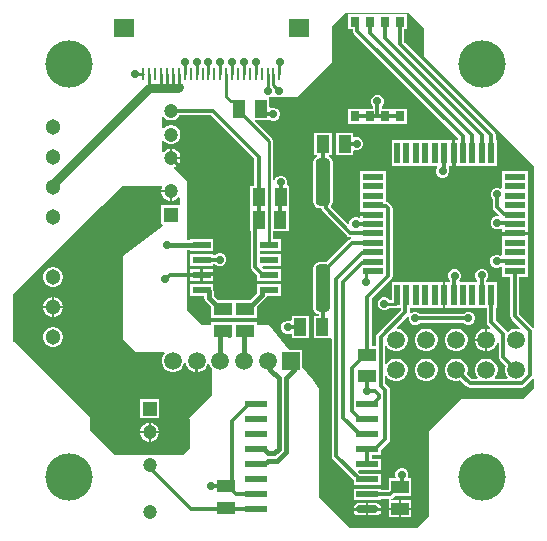
<source format=gtl>
G04*
G04 #@! TF.GenerationSoftware,Altium Limited,Altium Designer,23.11.1 (41)*
G04*
G04 Layer_Physical_Order=1*
G04 Layer_Color=255*
%FSLAX43Y43*%
%MOMM*%
G71*
G04*
G04 #@! TF.SameCoordinates,D39783C5-6E33-4812-9A3B-6E021FC33A11*
G04*
G04*
G04 #@! TF.FilePolarity,Positive*
G04*
G01*
G75*
%ADD12C,0.250*%
%ADD34R,1.050X1.500*%
%ADD35R,1.500X1.050*%
G04:AMPARAMS|DCode=36|XSize=1.2mm|YSize=4mm|CornerRadius=0.3mm|HoleSize=0mm|Usage=FLASHONLY|Rotation=180.000|XOffset=0mm|YOffset=0mm|HoleType=Round|Shape=RoundedRectangle|*
%AMROUNDEDRECTD36*
21,1,1.200,3.400,0,0,180.0*
21,1,0.600,4.000,0,0,180.0*
1,1,0.600,-0.300,1.700*
1,1,0.600,0.300,1.700*
1,1,0.600,0.300,-1.700*
1,1,0.600,-0.300,-1.700*
%
%ADD36ROUNDEDRECTD36*%
%ADD37R,1.600X0.600*%
G04:AMPARAMS|DCode=38|XSize=0.6mm|YSize=1.9mm|CornerRadius=0.15mm|HoleSize=0mm|Usage=FLASHONLY|Rotation=270.000|XOffset=0mm|YOffset=0mm|HoleType=Round|Shape=RoundedRectangle|*
%AMROUNDEDRECTD38*
21,1,0.600,1.600,0,0,270.0*
21,1,0.300,1.900,0,0,270.0*
1,1,0.300,-0.800,-0.150*
1,1,0.300,-0.800,0.150*
1,1,0.300,0.800,0.150*
1,1,0.300,0.800,-0.150*
%
%ADD38ROUNDEDRECTD38*%
%ADD39R,1.900X0.600*%
%ADD40R,0.500X1.800*%
%ADD41R,1.800X0.500*%
%ADD42R,0.760X0.890*%
%ADD43R,0.250X1.100*%
%ADD44R,1.700X1.500*%
%ADD45C,0.350*%
%ADD46C,0.381*%
%ADD47C,0.800*%
%ADD48R,1.200X1.200*%
%ADD49C,1.200*%
%ADD50C,1.303*%
%ADD51C,1.500*%
%ADD52R,1.500X1.500*%
%ADD53C,4.000*%
%ADD54C,0.700*%
G36*
X35075Y43025D02*
Y40625D01*
X44375Y31325D01*
X44375Y17687D01*
X44299Y17649D01*
X44248Y17642D01*
X43132Y18758D01*
Y21975D01*
X43850D01*
Y22775D01*
Y23575D01*
Y24375D01*
Y25175D01*
Y25525D01*
X42750D01*
X41650D01*
Y25175D01*
Y24375D01*
Y23807D01*
X41586Y23770D01*
X41523Y23747D01*
X41334Y23825D01*
X41116D01*
X40913Y23741D01*
X40759Y23587D01*
X40675Y23384D01*
Y23166D01*
X40759Y22963D01*
X40913Y22809D01*
X41116Y22725D01*
X41334D01*
X41523Y22803D01*
X41563Y22794D01*
X41650Y22743D01*
Y21975D01*
X42368D01*
Y18600D01*
X42397Y18453D01*
X42480Y18329D01*
X43157Y17652D01*
X43091Y17538D01*
X42990Y17565D01*
X42740D01*
X42498Y17500D01*
X42282Y17375D01*
X42206Y17299D01*
X42203Y17298D01*
X42049Y17322D01*
X42010Y17380D01*
X41132Y18258D01*
Y19325D01*
X41200D01*
Y21525D01*
X40332D01*
Y21680D01*
X40416Y21763D01*
X40500Y21966D01*
Y22184D01*
X40416Y22387D01*
X40262Y22541D01*
X40059Y22625D01*
X39841D01*
X39638Y22541D01*
X39484Y22387D01*
X39400Y22184D01*
Y21966D01*
X39484Y21763D01*
X39568Y21680D01*
Y21525D01*
X38096D01*
X38044Y21652D01*
X38116Y21724D01*
X38200Y21927D01*
Y22145D01*
X38116Y22348D01*
X37962Y22502D01*
X37759Y22586D01*
X37541D01*
X37338Y22502D01*
X37184Y22348D01*
X37100Y22145D01*
Y21927D01*
X37184Y21724D01*
X37218Y21691D01*
Y21525D01*
X36850D01*
Y20425D01*
Y19325D01*
X40368D01*
Y18100D01*
X40397Y17954D01*
X40480Y17830D01*
X40672Y17637D01*
X40607Y17523D01*
X40450Y17565D01*
X40425D01*
Y16615D01*
Y15665D01*
X40450D01*
X40692Y15730D01*
X40908Y15855D01*
X41085Y16032D01*
X41210Y16248D01*
X41231Y16324D01*
X41358Y16308D01*
Y15200D01*
X41387Y15054D01*
X41470Y14930D01*
X41975Y14424D01*
X41915Y14200D01*
Y13950D01*
X41980Y13708D01*
X42105Y13492D01*
X42147Y13450D01*
X42098Y13332D01*
X41092D01*
X41043Y13450D01*
X41085Y13492D01*
X41210Y13708D01*
X41275Y13950D01*
Y14200D01*
X41210Y14442D01*
X41085Y14658D01*
X40908Y14835D01*
X40692Y14960D01*
X40450Y15025D01*
X40200D01*
X39958Y14960D01*
X39742Y14835D01*
X39565Y14658D01*
X39440Y14442D01*
X39375Y14200D01*
Y13950D01*
X39440Y13708D01*
X39565Y13492D01*
X39607Y13450D01*
X39558Y13332D01*
X39068D01*
X38675Y13726D01*
X38735Y13950D01*
Y14200D01*
X38670Y14442D01*
X38545Y14658D01*
X38368Y14835D01*
X38152Y14960D01*
X37910Y15025D01*
X37660D01*
X37418Y14960D01*
X37202Y14835D01*
X37025Y14658D01*
X36900Y14442D01*
X36835Y14200D01*
Y13950D01*
X36900Y13708D01*
X37025Y13492D01*
X37202Y13315D01*
X37418Y13190D01*
X37660Y13125D01*
X37910D01*
X38134Y13185D01*
X38640Y12680D01*
X38764Y12597D01*
X38910Y12568D01*
X43331D01*
X43477Y12597D01*
X43601Y12680D01*
X44248Y13326D01*
X44299Y13319D01*
X44375Y13282D01*
Y12575D01*
X43400Y11600D01*
X38150D01*
X35475Y8925D01*
Y1700D01*
X34450Y675D01*
X28750D01*
X26200Y3225D01*
Y12490D01*
X25648Y13185D01*
X24750Y14317D01*
Y15792D01*
X23579D01*
X21925Y17875D01*
X20875D01*
Y18100D01*
X18975D01*
Y18100D01*
X18950D01*
Y18100D01*
X17050D01*
Y17875D01*
X16250D01*
X15025Y19025D01*
Y24262D01*
X15225D01*
Y24170D01*
X17225D01*
Y25170D01*
X15225D01*
Y25058D01*
X15025D01*
Y29975D01*
X13875Y31125D01*
X13908Y31248D01*
X13934Y31255D01*
X14116Y31360D01*
X14265Y31509D01*
X14370Y31691D01*
X14425Y31895D01*
Y31900D01*
X13625D01*
Y32000D01*
X13525D01*
Y32800D01*
X13520D01*
X13316Y32745D01*
X13134Y32640D01*
X13007Y32513D01*
X12880Y32544D01*
Y33456D01*
X13007Y33487D01*
X13134Y33360D01*
X13316Y33255D01*
X13520Y33200D01*
X13730D01*
X13934Y33255D01*
X14116Y33360D01*
X14265Y33509D01*
X14370Y33691D01*
X14425Y33895D01*
Y34105D01*
X14370Y34309D01*
X14265Y34491D01*
X14116Y34640D01*
X13934Y34745D01*
X13730Y34800D01*
X13520D01*
X13316Y34745D01*
X13134Y34640D01*
X13007Y34513D01*
X12880Y34544D01*
Y35456D01*
X13007Y35487D01*
X13134Y35360D01*
X13316Y35255D01*
X13520Y35200D01*
X13730D01*
X13934Y35255D01*
X14116Y35360D01*
X14265Y35509D01*
X14328Y35618D01*
X17000D01*
X20683Y31935D01*
Y29675D01*
X20340D01*
Y27775D01*
X20315Y27750D01*
X20315D01*
Y25850D01*
X20383D01*
Y22805D01*
X20412Y22659D01*
X20495Y22535D01*
X20940Y22089D01*
Y21630D01*
X22940D01*
Y22630D01*
X21481D01*
X21328Y22783D01*
X21377Y22900D01*
X22940D01*
Y23900D01*
X21147D01*
Y24170D01*
X22940D01*
Y25170D01*
X22296D01*
Y25850D01*
X23615D01*
Y27750D01*
X23640Y27775D01*
X23640D01*
Y29675D01*
X23525D01*
X23455Y29781D01*
X23490Y29866D01*
Y30084D01*
X23406Y30287D01*
X23252Y30441D01*
X23049Y30525D01*
X22831D01*
X22628Y30441D01*
X22474Y30287D01*
X22423Y30165D01*
X22296Y30190D01*
Y33419D01*
X22271Y33546D01*
X22199Y33653D01*
X20720Y35133D01*
X20769Y35250D01*
X21950D01*
X21950Y35250D01*
Y35250D01*
X22071Y35221D01*
X22162Y35184D01*
X22381D01*
X22583Y35267D01*
X22737Y35422D01*
X22821Y35624D01*
Y35843D01*
X22737Y36045D01*
X22583Y36200D01*
X22381Y36284D01*
X22162D01*
X22077Y36249D01*
X21950Y36333D01*
Y37150D01*
X24307D01*
X27275Y40118D01*
Y43225D01*
X28425Y44325D01*
X33775D01*
X35075Y43025D01*
D02*
G37*
G36*
X12898Y29540D02*
X12880Y29509D01*
X12825Y29305D01*
Y29300D01*
X13625D01*
Y29200D01*
X13725D01*
Y28400D01*
X13730D01*
X13934Y28455D01*
X14116Y28560D01*
X14223Y28667D01*
X14350Y28614D01*
Y28000D01*
X12825D01*
Y26400D01*
X12895D01*
X12935Y26280D01*
X9575Y23750D01*
Y16725D01*
X10700Y15600D01*
X13049D01*
X13097Y15483D01*
X13040Y15425D01*
X12915Y15208D01*
X12850Y14967D01*
Y14717D01*
X12915Y14475D01*
X13040Y14258D01*
X13217Y14082D01*
X13433Y13956D01*
X13675Y13892D01*
X13925D01*
X14167Y13956D01*
X14383Y14082D01*
X14560Y14258D01*
X14685Y14475D01*
X14734Y14658D01*
X14866D01*
X14915Y14475D01*
X15040Y14258D01*
X15217Y14082D01*
X15433Y13956D01*
X15675Y13892D01*
X15700D01*
Y14842D01*
X15900D01*
Y13892D01*
X15925D01*
X16167Y13956D01*
X16383Y14082D01*
X16560Y14258D01*
X16685Y14475D01*
X16703Y14541D01*
X16826Y14574D01*
X16911Y14489D01*
X16915Y14475D01*
X17040Y14258D01*
X17075Y14223D01*
Y11875D01*
X15175Y9975D01*
X15225Y9925D01*
Y7425D01*
X14650Y6850D01*
X8850D01*
X6750Y8950D01*
Y10050D01*
X255Y16545D01*
Y20455D01*
X7762Y27962D01*
X9450Y29650D01*
X12834D01*
X12898Y29540D01*
D02*
G37*
%LPC*%
G36*
X31057Y44195D02*
Y44195D01*
X29897D01*
Y44195D01*
X29787D01*
Y44195D01*
X29770Y44195D01*
X28627D01*
Y42905D01*
X29030D01*
Y42788D01*
X29059Y42642D01*
X29142Y42518D01*
X37968Y33692D01*
Y33525D01*
X37650D01*
Y32425D01*
Y31325D01*
X41200D01*
Y33525D01*
X41132D01*
Y33950D01*
X41103Y34096D01*
X41020Y34220D01*
X33399Y41841D01*
Y42905D01*
X33597D01*
Y44195D01*
X32450D01*
X32437Y44195D01*
Y44195D01*
X32327D01*
X32327Y44195D01*
X32314Y44195D01*
X31167D01*
Y44195D01*
X31057D01*
D02*
G37*
G36*
X31221Y37362D02*
X31003D01*
X30800Y37278D01*
X30646Y37124D01*
X30562Y36921D01*
Y36703D01*
X30646Y36500D01*
X30730Y36417D01*
Y36195D01*
X29897D01*
Y36195D01*
X29787D01*
Y36195D01*
X28627D01*
Y34905D01*
X29787D01*
Y34905D01*
X29897D01*
Y34905D01*
X31057D01*
Y34905D01*
X31167D01*
Y34905D01*
X32327D01*
Y34905D01*
X32437D01*
Y34905D01*
X33597D01*
Y36195D01*
X32437D01*
Y36195D01*
X32327D01*
Y36195D01*
X31494D01*
Y36417D01*
X31578Y36500D01*
X31662Y36703D01*
Y36921D01*
X31578Y37124D01*
X31424Y37278D01*
X31221Y37362D01*
D02*
G37*
G36*
X29075Y34160D02*
X27625D01*
Y32260D01*
X29075D01*
Y32610D01*
X29181Y32681D01*
X29231Y32660D01*
X29449D01*
X29652Y32744D01*
X29806Y32898D01*
X29890Y33101D01*
Y33319D01*
X29806Y33522D01*
X29652Y33676D01*
X29449Y33760D01*
X29231D01*
X29181Y33739D01*
X29075Y33810D01*
Y34160D01*
D02*
G37*
G36*
X13730Y32800D02*
X13725D01*
Y32100D01*
X14425D01*
Y32105D01*
X14370Y32309D01*
X14265Y32491D01*
X14116Y32640D01*
X13934Y32745D01*
X13730Y32800D01*
D02*
G37*
G36*
X37450Y33525D02*
X32300D01*
Y31325D01*
X36112D01*
X36160Y31208D01*
X36159Y31206D01*
X36075Y31004D01*
Y30785D01*
X36159Y30583D01*
X36313Y30428D01*
X36516Y30345D01*
X36734D01*
X36937Y30428D01*
X37091Y30583D01*
X37175Y30785D01*
Y31004D01*
X37132Y31107D01*
Y31325D01*
X37450D01*
Y32425D01*
Y33525D01*
D02*
G37*
G36*
X43850Y30875D02*
X41650D01*
Y29975D01*
Y29453D01*
X41523Y29401D01*
X41344Y29475D01*
X41125D01*
X40923Y29391D01*
X40768Y29237D01*
X40684Y29034D01*
Y28816D01*
X40768Y28613D01*
X40852Y28530D01*
Y27860D01*
X40881Y27714D01*
X40964Y27590D01*
X41368Y27186D01*
X41306Y27068D01*
X41127D01*
X40925Y26984D01*
X40770Y26830D01*
X40687Y26627D01*
Y26409D01*
X40770Y26206D01*
X40925Y26052D01*
X41127Y25968D01*
X41346D01*
X41523Y26041D01*
X41612Y26004D01*
X41646Y25978D01*
X41650Y25974D01*
Y25725D01*
X42750D01*
X43850D01*
Y25975D01*
Y26775D01*
Y27575D01*
Y28375D01*
Y29175D01*
Y29975D01*
Y30875D01*
D02*
G37*
G36*
X17884Y23950D02*
X17666D01*
X17463Y23866D01*
X17380Y23782D01*
X17225D01*
Y23900D01*
X15225D01*
Y22900D01*
X17225D01*
Y23018D01*
X17380D01*
X17463Y22934D01*
X17666Y22850D01*
X17884D01*
X18087Y22934D01*
X18241Y23088D01*
X18325Y23291D01*
Y23509D01*
X18241Y23712D01*
X18087Y23866D01*
X17884Y23950D01*
D02*
G37*
G36*
X17225Y22630D02*
X16325D01*
Y22230D01*
X17225D01*
Y22630D01*
D02*
G37*
G36*
X16125D02*
X15225D01*
Y22230D01*
X16125D01*
Y22630D01*
D02*
G37*
G36*
X17225Y22030D02*
X16325D01*
Y21630D01*
X17225D01*
Y22030D01*
D02*
G37*
G36*
X16125D02*
X15225D01*
Y21630D01*
X16125D01*
Y22030D01*
D02*
G37*
G36*
X22940Y21360D02*
X20940D01*
Y20789D01*
X20932Y20750D01*
Y20570D01*
X20312Y19950D01*
X19077D01*
X18975Y19950D01*
X18848Y19950D01*
X17613D01*
X17233Y20330D01*
Y20750D01*
X17225Y20789D01*
Y21360D01*
X15225D01*
Y20360D01*
X16436D01*
Y20166D01*
X16467Y20013D01*
X16553Y19884D01*
X17050Y19387D01*
Y18500D01*
X18848D01*
X18950Y18500D01*
X19077Y18500D01*
X20875D01*
Y19387D01*
X21612Y20124D01*
X21698Y20253D01*
X21720Y20360D01*
X22940D01*
Y21360D01*
D02*
G37*
G36*
X25300Y18650D02*
X23850D01*
Y18298D01*
X23723Y18213D01*
X23634Y18250D01*
X23416D01*
X23213Y18166D01*
X23059Y18012D01*
X22975Y17809D01*
Y17591D01*
X23059Y17388D01*
X23213Y17234D01*
X23416Y17150D01*
X23634D01*
X23723Y17187D01*
X23850Y17102D01*
Y16750D01*
X25300D01*
Y18650D01*
D02*
G37*
G36*
X27225Y34160D02*
X25775D01*
Y32260D01*
X25964D01*
X25980Y32217D01*
X25985Y32133D01*
X25840Y32035D01*
X25729Y31870D01*
X25690Y31675D01*
Y28275D01*
X25729Y28080D01*
X25840Y27915D01*
X26005Y27804D01*
X26200Y27765D01*
X26364D01*
Y27754D01*
X26393Y27608D01*
X26476Y27484D01*
X28530Y25430D01*
X28654Y25347D01*
X28800Y25318D01*
X28854D01*
X28866Y25191D01*
X28804Y25178D01*
X28680Y25095D01*
X26769Y23185D01*
X26200D01*
X26005Y23146D01*
X25840Y23035D01*
X25729Y22870D01*
X25690Y22675D01*
Y19275D01*
X25729Y19080D01*
X25840Y18915D01*
X26005Y18804D01*
X26118Y18782D01*
Y18650D01*
X25700D01*
Y16750D01*
X27150D01*
X27243Y16667D01*
Y6770D01*
X27272Y6624D01*
X27355Y6500D01*
X29100Y4754D01*
Y4295D01*
X31400D01*
Y5295D01*
X29641D01*
X29488Y5448D01*
X29537Y5565D01*
X31400D01*
Y6565D01*
X30632D01*
Y6835D01*
X31400D01*
Y7294D01*
X32050Y7945D01*
X32133Y8069D01*
X32162Y8215D01*
Y12347D01*
X32133Y12493D01*
X32050Y12617D01*
X31761Y12906D01*
Y13556D01*
X31888Y13590D01*
X31945Y13492D01*
X32122Y13315D01*
X32338Y13190D01*
X32580Y13125D01*
X32830D01*
X33072Y13190D01*
X33288Y13315D01*
X33465Y13492D01*
X33590Y13708D01*
X33655Y13950D01*
Y14200D01*
X33590Y14442D01*
X33465Y14658D01*
X33288Y14835D01*
X33072Y14960D01*
X32830Y15025D01*
X32580D01*
X32338Y14960D01*
X32122Y14835D01*
X31945Y14658D01*
X31888Y14560D01*
X31761Y14594D01*
Y16096D01*
X31888Y16130D01*
X31945Y16032D01*
X32122Y15855D01*
X32338Y15730D01*
X32580Y15665D01*
X32830D01*
X33072Y15730D01*
X33288Y15855D01*
X33465Y16032D01*
X33590Y16248D01*
X33655Y16490D01*
Y16740D01*
X33590Y16982D01*
X33465Y17198D01*
X33288Y17375D01*
X33072Y17500D01*
X32830Y17565D01*
X32771D01*
X32722Y17682D01*
X33628Y18588D01*
X33634Y18587D01*
X33745Y18526D01*
Y18344D01*
X33829Y18142D01*
X33983Y17987D01*
X34186Y17903D01*
X34404D01*
X34607Y17987D01*
X34690Y18071D01*
X38409D01*
X38493Y17987D01*
X38695Y17903D01*
X38914D01*
X39116Y17987D01*
X39271Y18142D01*
X39355Y18344D01*
Y18563D01*
X39271Y18765D01*
X39116Y18919D01*
X38914Y19003D01*
X38695D01*
X38493Y18919D01*
X38409Y18836D01*
X34690D01*
X34607Y18919D01*
X34404Y19003D01*
X34186D01*
X33983Y18919D01*
X33974Y18910D01*
X33857Y18972D01*
X33857Y18976D01*
Y19325D01*
X36650D01*
Y20425D01*
Y21525D01*
X32300D01*
Y19981D01*
X32126D01*
X31992Y20116D01*
X31789Y20200D01*
X31571D01*
X31368Y20116D01*
X31214Y19962D01*
X31130Y19759D01*
Y19541D01*
X31214Y19338D01*
X31368Y19184D01*
X31571Y19100D01*
X31789D01*
X31992Y19184D01*
X32126Y19319D01*
X32625D01*
X32657Y19325D01*
X33093D01*
Y19134D01*
X31108Y17150D01*
X31025Y17026D01*
X30996Y16880D01*
Y16092D01*
X30636D01*
Y20090D01*
X32295Y21749D01*
X32378Y21873D01*
X32407Y22020D01*
Y27745D01*
X32378Y27891D01*
X32295Y28015D01*
X32090Y28220D01*
X31966Y28303D01*
X31850Y28326D01*
Y29175D01*
Y29975D01*
Y30875D01*
X29650D01*
Y29975D01*
Y29175D01*
Y28375D01*
Y27575D01*
Y27325D01*
X30750D01*
Y27125D01*
X29650D01*
Y27033D01*
X29523Y26956D01*
X29384Y27014D01*
X29166D01*
X28963Y26930D01*
X28809Y26775D01*
X28725Y26573D01*
Y26495D01*
X28598Y26443D01*
X27157Y27883D01*
X27160Y27915D01*
X27271Y28080D01*
X27310Y28275D01*
Y31675D01*
X27271Y31870D01*
X27160Y32035D01*
X27015Y32133D01*
X27020Y32217D01*
X27036Y32260D01*
X27225D01*
Y34160D01*
D02*
G37*
G36*
X40225Y17565D02*
X40200D01*
X39958Y17500D01*
X39742Y17375D01*
X39565Y17198D01*
X39440Y16982D01*
X39375Y16740D01*
Y16715D01*
X40225D01*
Y17565D01*
D02*
G37*
G36*
Y16515D02*
X39375D01*
Y16490D01*
X39440Y16248D01*
X39565Y16032D01*
X39742Y15855D01*
X39958Y15730D01*
X40200Y15665D01*
X40225D01*
Y16515D01*
D02*
G37*
G36*
X37910Y17565D02*
X37660D01*
X37418Y17500D01*
X37202Y17375D01*
X37025Y17198D01*
X36900Y16982D01*
X36835Y16740D01*
Y16490D01*
X36900Y16248D01*
X37025Y16032D01*
X37202Y15855D01*
X37418Y15730D01*
X37660Y15665D01*
X37910D01*
X38152Y15730D01*
X38368Y15855D01*
X38545Y16032D01*
X38670Y16248D01*
X38735Y16490D01*
Y16740D01*
X38670Y16982D01*
X38545Y17198D01*
X38368Y17375D01*
X38152Y17500D01*
X37910Y17565D01*
D02*
G37*
G36*
X35370D02*
X35120D01*
X34878Y17500D01*
X34662Y17375D01*
X34485Y17198D01*
X34360Y16982D01*
X34295Y16740D01*
Y16490D01*
X34360Y16248D01*
X34485Y16032D01*
X34662Y15855D01*
X34878Y15730D01*
X35120Y15665D01*
X35370D01*
X35612Y15730D01*
X35828Y15855D01*
X36005Y16032D01*
X36130Y16248D01*
X36195Y16490D01*
Y16740D01*
X36130Y16982D01*
X36005Y17198D01*
X35828Y17375D01*
X35612Y17500D01*
X35370Y17565D01*
D02*
G37*
G36*
Y15025D02*
X35120D01*
X34878Y14960D01*
X34662Y14835D01*
X34485Y14658D01*
X34360Y14442D01*
X34295Y14200D01*
Y13950D01*
X34360Y13708D01*
X34485Y13492D01*
X34662Y13315D01*
X34878Y13190D01*
X35120Y13125D01*
X35370D01*
X35612Y13190D01*
X35828Y13315D01*
X36005Y13492D01*
X36130Y13708D01*
X36195Y13950D01*
Y14200D01*
X36130Y14442D01*
X36005Y14658D01*
X35828Y14835D01*
X35612Y14960D01*
X35370Y15025D01*
D02*
G37*
G36*
X33284Y5750D02*
X33066D01*
X32863Y5666D01*
X32709Y5512D01*
X32625Y5309D01*
Y5091D01*
X32662Y5002D01*
X32577Y4875D01*
X32075D01*
Y3966D01*
X32017Y3907D01*
X31400D01*
Y4025D01*
X29100D01*
Y3025D01*
X31400D01*
Y3143D01*
X32052D01*
X32075Y3025D01*
X32075Y3016D01*
Y2400D01*
X32925D01*
Y3025D01*
X32234D01*
X32222Y3152D01*
X32321Y3172D01*
X32445Y3255D01*
X32616Y3425D01*
X33975D01*
Y4875D01*
X33773D01*
X33688Y5002D01*
X33725Y5091D01*
Y5309D01*
X33641Y5512D01*
X33487Y5666D01*
X33284Y5750D01*
D02*
G37*
G36*
X33975Y3025D02*
X33125D01*
Y2400D01*
X33975D01*
Y3025D01*
D02*
G37*
G36*
X31050Y2762D02*
X30350D01*
Y2355D01*
X31407D01*
Y2405D01*
X31380Y2542D01*
X31302Y2657D01*
X31187Y2735D01*
X31050Y2762D01*
D02*
G37*
G36*
X30150D02*
X29450D01*
X29313Y2735D01*
X29198Y2657D01*
X29120Y2542D01*
X29093Y2405D01*
Y2355D01*
X30150D01*
Y2762D01*
D02*
G37*
G36*
X31407Y2155D02*
X30350D01*
Y1748D01*
X31050D01*
X31187Y1775D01*
X31302Y1853D01*
X31380Y1968D01*
X31407Y2105D01*
Y2155D01*
D02*
G37*
G36*
X30150D02*
X29093D01*
Y2105D01*
X29120Y1968D01*
X29198Y1853D01*
X29313Y1775D01*
X29450Y1748D01*
X30150D01*
Y2155D01*
D02*
G37*
G36*
X33975Y2200D02*
X33125D01*
Y1575D01*
X33975D01*
Y2200D01*
D02*
G37*
G36*
X32925D02*
X32075D01*
Y1575D01*
X32925D01*
Y2200D01*
D02*
G37*
G36*
X13525Y29100D02*
X12825D01*
Y29095D01*
X12880Y28891D01*
X12985Y28709D01*
X13134Y28560D01*
X13316Y28455D01*
X13520Y28400D01*
X13525D01*
Y29100D01*
D02*
G37*
G36*
X3757Y22792D02*
X3533D01*
X3316Y22733D01*
X3122Y22621D01*
X2964Y22463D01*
X2852Y22269D01*
X2793Y22052D01*
Y21828D01*
X2852Y21611D01*
X2964Y21417D01*
X3122Y21259D01*
X3316Y21147D01*
X3533Y21088D01*
X3757D01*
X3974Y21147D01*
X4168Y21259D01*
X4326Y21417D01*
X4438Y21611D01*
X4497Y21828D01*
Y22052D01*
X4438Y22269D01*
X4326Y22463D01*
X4168Y22621D01*
X3974Y22733D01*
X3757Y22792D01*
D02*
G37*
G36*
Y20251D02*
X3745D01*
Y19500D01*
X4497D01*
Y19512D01*
X4438Y19729D01*
X4326Y19923D01*
X4168Y20081D01*
X3974Y20193D01*
X3757Y20251D01*
D02*
G37*
G36*
X3545D02*
X3533D01*
X3316Y20193D01*
X3122Y20081D01*
X2964Y19923D01*
X2852Y19729D01*
X2793Y19512D01*
Y19500D01*
X3545D01*
Y20251D01*
D02*
G37*
G36*
X4497Y19300D02*
X3745D01*
Y18549D01*
X3757D01*
X3974Y18607D01*
X4168Y18719D01*
X4326Y18877D01*
X4438Y19071D01*
X4497Y19288D01*
Y19300D01*
D02*
G37*
G36*
X3545D02*
X2793D01*
Y19288D01*
X2852Y19071D01*
X2964Y18877D01*
X3122Y18719D01*
X3316Y18607D01*
X3533Y18549D01*
X3545D01*
Y19300D01*
D02*
G37*
G36*
X3757Y17712D02*
X3533D01*
X3316Y17653D01*
X3122Y17541D01*
X2964Y17383D01*
X2852Y17189D01*
X2793Y16972D01*
Y16748D01*
X2852Y16531D01*
X2964Y16337D01*
X3122Y16179D01*
X3316Y16067D01*
X3533Y16008D01*
X3757D01*
X3974Y16067D01*
X4168Y16179D01*
X4326Y16337D01*
X4438Y16531D01*
X4497Y16748D01*
Y16972D01*
X4438Y17189D01*
X4326Y17383D01*
X4168Y17541D01*
X3974Y17653D01*
X3757Y17712D01*
D02*
G37*
G36*
X12625Y11600D02*
X11025D01*
Y10000D01*
X12625D01*
Y11600D01*
D02*
G37*
G36*
X11930Y9600D02*
X11925D01*
Y8900D01*
X12625D01*
Y8905D01*
X12570Y9109D01*
X12465Y9291D01*
X12316Y9440D01*
X12134Y9545D01*
X11930Y9600D01*
D02*
G37*
G36*
X11725D02*
X11720D01*
X11516Y9545D01*
X11334Y9440D01*
X11185Y9291D01*
X11080Y9109D01*
X11025Y8905D01*
Y8900D01*
X11725D01*
Y9600D01*
D02*
G37*
G36*
X12625Y8700D02*
X11925D01*
Y8000D01*
X11930D01*
X12134Y8055D01*
X12316Y8160D01*
X12465Y8309D01*
X12570Y8491D01*
X12625Y8695D01*
Y8700D01*
D02*
G37*
G36*
X11725D02*
X11025D01*
Y8695D01*
X11080Y8491D01*
X11185Y8309D01*
X11334Y8160D01*
X11516Y8055D01*
X11720Y8000D01*
X11725D01*
Y8700D01*
D02*
G37*
%LPD*%
D12*
X19375Y35975D02*
Y36418D01*
X19775Y35575D02*
X19809D01*
X19375Y35975D02*
X19775Y35575D01*
X19809D02*
X21965Y33419D01*
X18687Y36818D02*
X18975D01*
X18300Y37205D02*
Y39100D01*
Y37205D02*
X18687Y36818D01*
X18975D02*
X19375Y36418D01*
X21965Y24845D02*
Y33419D01*
X14800Y40052D02*
X14875Y40127D01*
X21940Y24670D02*
X21965Y24845D01*
X30125Y21475D02*
Y22300D01*
X30250Y22425D01*
X30750D01*
X22300Y38200D02*
X22800Y37700D01*
X22300Y38200D02*
Y39100D01*
X21800Y37700D02*
Y39100D01*
X31680Y19650D02*
X32625D01*
X32750Y19775D01*
Y20425D01*
X14800Y39100D02*
Y40052D01*
X10550Y39100D02*
X11300D01*
X16800D02*
Y40150D01*
X15800Y39100D02*
Y40075D01*
X22800Y39100D02*
Y39928D01*
X20800Y39100D02*
Y40150D01*
X18800Y39100D02*
Y40150D01*
X17800Y39100D02*
Y40150D01*
X19775D02*
X19800Y40125D01*
Y39100D02*
Y40125D01*
X12800Y37950D02*
Y39100D01*
X13300Y37975D02*
X13325Y37950D01*
X13800Y38200D02*
X14050Y37950D01*
X11800D02*
Y39100D01*
X13300Y37975D02*
Y39100D01*
X13800Y38200D02*
Y39100D01*
X14300Y38000D02*
Y39100D01*
D34*
X19375Y36200D02*
D03*
X21225D02*
D03*
X22890Y26800D02*
D03*
X21040D02*
D03*
X28350Y33210D02*
D03*
X26500D02*
D03*
X22915Y28725D02*
D03*
X21065D02*
D03*
X24575Y17700D02*
D03*
X26425D02*
D03*
D35*
X18000Y17375D02*
D03*
Y19225D02*
D03*
X33025Y2300D02*
D03*
Y4150D02*
D03*
X19925Y17375D02*
D03*
Y19225D02*
D03*
X30254Y13517D02*
D03*
Y15367D02*
D03*
X18250Y4225D02*
D03*
Y2375D02*
D03*
D36*
X26500Y20975D02*
D03*
Y29975D02*
D03*
D37*
X16225Y23400D02*
D03*
Y22130D02*
D03*
Y20860D02*
D03*
X21940D02*
D03*
Y22130D02*
D03*
Y23400D02*
D03*
X16225Y24670D02*
D03*
X21940D02*
D03*
D38*
X30250Y2255D02*
D03*
D39*
Y3525D02*
D03*
Y4795D02*
D03*
Y6065D02*
D03*
Y7335D02*
D03*
Y8605D02*
D03*
Y9875D02*
D03*
Y11145D02*
D03*
X20850Y2255D02*
D03*
Y3525D02*
D03*
Y4795D02*
D03*
Y6065D02*
D03*
Y7335D02*
D03*
Y8605D02*
D03*
Y9875D02*
D03*
Y11145D02*
D03*
D40*
X39950Y20425D02*
D03*
Y32425D02*
D03*
X40750Y20425D02*
D03*
X39150D02*
D03*
X38350D02*
D03*
X37550D02*
D03*
X36750D02*
D03*
X35950D02*
D03*
X35150D02*
D03*
X34350D02*
D03*
X33550D02*
D03*
X32750D02*
D03*
X40750Y32425D02*
D03*
X32750D02*
D03*
X33550D02*
D03*
X34350D02*
D03*
X35150D02*
D03*
X35950D02*
D03*
X36750D02*
D03*
X37550D02*
D03*
X38350D02*
D03*
X39150D02*
D03*
D41*
X42750Y27225D02*
D03*
X30750D02*
D03*
X42750Y30425D02*
D03*
Y29625D02*
D03*
Y28825D02*
D03*
Y28025D02*
D03*
Y26425D02*
D03*
Y25625D02*
D03*
Y24825D02*
D03*
Y24025D02*
D03*
Y23225D02*
D03*
Y22425D02*
D03*
X30750Y28025D02*
D03*
Y28825D02*
D03*
Y29625D02*
D03*
Y30425D02*
D03*
Y26425D02*
D03*
Y25625D02*
D03*
Y22425D02*
D03*
Y23225D02*
D03*
Y24025D02*
D03*
Y24825D02*
D03*
D42*
X33017Y43550D02*
D03*
X30477Y35550D02*
D03*
X31747D02*
D03*
Y43550D02*
D03*
X30477D02*
D03*
X33017Y35550D02*
D03*
X29207Y43550D02*
D03*
X29207Y35550D02*
D03*
D43*
X22800Y39100D02*
D03*
X22300D02*
D03*
X21800D02*
D03*
X21300D02*
D03*
X20800D02*
D03*
X20300D02*
D03*
X19800D02*
D03*
X19300D02*
D03*
X18800D02*
D03*
X18300D02*
D03*
X17800D02*
D03*
X17300D02*
D03*
X16800D02*
D03*
X16300D02*
D03*
X15800D02*
D03*
X15300D02*
D03*
X14800D02*
D03*
X14300D02*
D03*
X13800D02*
D03*
X13300D02*
D03*
X12800D02*
D03*
X12300D02*
D03*
X11800D02*
D03*
X11300D02*
D03*
D44*
X9650Y43000D02*
D03*
X24450D02*
D03*
D45*
X40750Y32425D02*
Y33950D01*
X31747Y42131D02*
X39950Y33928D01*
X31747Y42131D02*
Y43550D01*
X33017Y41683D02*
Y43550D01*
Y41683D02*
X40750Y33950D01*
X39950Y32425D02*
Y33928D01*
X30477Y42623D02*
Y43550D01*
X39141Y32434D02*
Y33959D01*
X30477Y42623D02*
X39141Y33959D01*
X30929Y12243D02*
X31230Y11941D01*
Y11651D02*
Y11941D01*
X31025Y11446D02*
X31230Y11651D01*
X31025Y11270D02*
Y11446D01*
X30900Y11145D02*
X31025Y11270D01*
X30250Y11145D02*
X30900D01*
X31379Y12748D02*
Y16880D01*
Y12748D02*
X31780Y12347D01*
X31379Y16880D02*
X33475Y18976D01*
X31780Y8215D02*
Y12347D01*
X30254Y12243D02*
X30929D01*
X30900Y7335D02*
X31780Y8215D01*
X30254Y12243D02*
Y13517D01*
X37550Y30875D02*
Y32425D01*
X22250Y35734D02*
X22260Y35745D01*
X21225Y36084D02*
X21575Y35734D01*
X21225Y36084D02*
Y36200D01*
X21575Y35734D02*
X22250D01*
X13625Y36000D02*
X17159D01*
X21065Y28725D02*
Y32094D01*
X17159Y36000D02*
X21065Y32094D01*
X22940Y28345D02*
Y29975D01*
X22890Y26800D02*
Y28295D01*
Y26350D02*
Y26800D01*
Y28295D02*
X22940Y28345D01*
X20765Y22805D02*
Y26525D01*
Y22805D02*
X21440Y22130D01*
X20765Y26525D02*
X21040Y26800D01*
X21065D02*
Y28725D01*
X33475Y18976D02*
Y20350D01*
X34295Y18453D02*
X38805D01*
X33475Y20350D02*
X33550Y20425D01*
X28925Y14263D02*
X30029Y15367D01*
X28925Y10550D02*
Y14263D01*
X27625Y6770D02*
X29600Y4795D01*
X27625Y21780D02*
X29795Y23950D01*
X28175Y10030D02*
X29600Y8605D01*
X27625Y6770D02*
Y21780D01*
X28175Y10030D02*
Y21530D01*
X30029Y15367D02*
X30254D01*
X28175Y21530D02*
X29795Y23150D01*
X15345Y2255D02*
X20850D01*
X11825Y5775D02*
X15345Y2255D01*
X11825Y5775D02*
Y6000D01*
X32025Y22020D02*
Y27745D01*
X31820Y27950D02*
X32025Y27745D01*
X30825Y27950D02*
X31820D01*
X30750Y28025D02*
X30825Y27950D01*
X42700Y25575D02*
X42750Y25625D01*
X41275Y25575D02*
X42700D01*
X41225Y25525D02*
X41275Y25575D01*
X36625Y30895D02*
X36750Y31020D01*
Y32425D01*
X30254Y20248D02*
X32025Y22020D01*
X30254Y15367D02*
Y20248D01*
X28925Y10550D02*
X29600Y9875D01*
X30250D01*
X37600Y20475D02*
Y21986D01*
X37550Y20425D02*
X37600Y20475D01*
Y21986D02*
X37650Y22036D01*
X41234Y27860D02*
Y28925D01*
X41795Y27300D02*
X42675D01*
X41234Y27860D02*
X41795Y27300D01*
X42675D02*
X42750Y27225D01*
X41132Y26518D02*
X41237D01*
X41283Y26472D02*
X42703D01*
X41237Y26518D02*
X41283Y26472D01*
X42703D02*
X42750Y26425D01*
X28350Y33210D02*
X29340D01*
X29275Y26464D02*
X29294Y26444D01*
X29275Y27364D02*
X29342Y27297D01*
X30678D01*
X30731Y26444D02*
X30750Y26425D01*
X30678Y27297D02*
X30750Y27225D01*
X29294Y26444D02*
X30731D01*
X16156Y27138D02*
Y29469D01*
Y27138D02*
X18525Y24770D01*
X18500Y23100D02*
Y25270D01*
X17550Y22150D02*
X18500Y23100D01*
X16245Y22150D02*
X17550D01*
X16225Y22130D02*
X16245Y22150D01*
X13625Y32000D02*
X16156Y29469D01*
X26500Y29975D02*
X26746Y29729D01*
Y27754D02*
X28800Y25700D01*
X30675D01*
X26746Y27754D02*
Y29729D01*
X13204Y21800D02*
X13534Y22130D01*
X13110Y21800D02*
X13204D01*
X13534Y22130D02*
X16225D01*
Y23400D02*
X17775D01*
X23525Y17700D02*
X24575D01*
X21440Y22130D02*
X21940D01*
X26500Y29975D02*
Y33210D01*
X26425Y17700D02*
X26500Y17775D01*
Y20975D01*
X29795Y23950D02*
X30675D01*
X30750Y24025D01*
X18475Y4225D02*
X18825Y4575D01*
X20200Y11145D02*
X20850D01*
X18825Y9770D02*
X20200Y11145D01*
X18825Y4575D02*
Y9770D01*
X18250Y4225D02*
X18475D01*
X39950Y20425D02*
Y22075D01*
X42675Y23250D02*
X42700Y23275D01*
X41225D02*
X41250Y23250D01*
X42675D01*
X42700Y23275D02*
X42750Y23225D01*
Y18600D02*
Y22425D01*
Y18600D02*
X43990Y17360D01*
Y13609D02*
Y17360D01*
X43331Y12950D02*
X43990Y13609D01*
X38910Y12950D02*
X43331D01*
X37785Y14075D02*
X38910Y12950D01*
X41740Y15200D02*
X42865Y14075D01*
X41740Y15200D02*
Y17110D01*
X40750Y18100D02*
X41740Y17110D01*
X31112Y35550D02*
X31747D01*
X30477D02*
X31112D01*
Y36812D01*
X31747Y35550D02*
X33017D01*
X29207D02*
X30477D01*
X33175Y4270D02*
X33250Y4195D01*
X33175Y4270D02*
Y5200D01*
X32175Y3525D02*
X32800Y4150D01*
X30250Y3525D02*
X32175D01*
X32800Y4150D02*
X33025D01*
X16975Y4225D02*
X18250D01*
X19175Y3525D02*
X20850D01*
X18475Y4225D02*
X19175Y3525D01*
X29600Y4795D02*
X30250D01*
X29795Y23150D02*
X30675D01*
X30250Y7335D02*
X30900D01*
X30250Y6065D02*
Y7335D01*
X30675Y23150D02*
X30750Y23225D01*
X29600Y8605D02*
X30250D01*
X40750Y18100D02*
Y20425D01*
X26500Y22375D02*
X28950Y24825D01*
X26500Y20975D02*
Y22375D01*
X28950Y24825D02*
X30750D01*
X30675Y25700D02*
X30750Y25625D01*
X29412Y42788D02*
X38350Y33850D01*
X39141Y32434D02*
X39150Y32425D01*
X38350D02*
Y33850D01*
X29412Y42788D02*
Y43345D01*
X29207Y43550D02*
X29412Y43345D01*
D46*
X18225Y17375D02*
X18559Y17041D01*
X19700Y17375D02*
X19800Y17275D01*
Y14842D02*
Y17275D01*
X17800Y14842D02*
Y17175D01*
X18000Y17375D01*
X18225D01*
X13331Y24660D02*
X16215D01*
X16225Y24670D01*
X13321Y24650D02*
X13331Y24660D01*
X21440Y20860D02*
X21940D01*
X21330Y20406D02*
Y20750D01*
X21440Y20860D01*
X19925Y19225D02*
X20150D01*
X17775D02*
X18000D01*
X20150D02*
X21330Y20406D01*
X16834Y20166D02*
X17775Y19225D01*
X16225Y20860D02*
X16725D01*
X16834Y20166D02*
Y20750D01*
X16725Y20860D02*
X16834Y20750D01*
X21500Y7335D02*
X21819Y7016D01*
X22372D01*
X22735Y7378D01*
Y13392D01*
X22050Y14077D02*
X22735Y13392D01*
X21500Y6065D02*
X21819Y6385D01*
X23365Y13392D02*
X24050Y14077D01*
X21819Y6385D02*
X22633D01*
X20850Y7335D02*
X21500D01*
X22633Y6385D02*
X23365Y7117D01*
X20850Y6065D02*
X21500D01*
X22050Y14077D02*
Y14175D01*
X23365Y7117D02*
Y13392D01*
X24050Y14077D02*
Y14175D01*
D47*
X14050Y37950D02*
X14250D01*
X13325D02*
X14050D01*
X12800D02*
X13325D01*
X11800D02*
X12800D01*
X14250D02*
X14300Y38000D01*
X3645Y29560D02*
Y29696D01*
X3897Y29948D02*
Y30046D01*
X11800Y37950D01*
X3645Y29696D02*
X3897Y29948D01*
D48*
X13625Y27200D02*
D03*
X11825Y10800D02*
D03*
D49*
X13625Y29200D02*
D03*
Y32000D02*
D03*
Y36000D02*
D03*
Y34000D02*
D03*
X11825Y2000D02*
D03*
Y6000D02*
D03*
Y8800D02*
D03*
D50*
X3645Y16860D02*
D03*
Y19400D02*
D03*
Y21940D02*
D03*
Y27020D02*
D03*
Y29560D02*
D03*
Y32100D02*
D03*
Y34640D02*
D03*
D51*
X32705Y16615D02*
D03*
X35245D02*
D03*
X37785D02*
D03*
Y14075D02*
D03*
X35245D02*
D03*
X32705D02*
D03*
X40325Y16615D02*
D03*
X42865D02*
D03*
Y14075D02*
D03*
X40325D02*
D03*
X15800Y14842D02*
D03*
X13800D02*
D03*
X21800D02*
D03*
X19800D02*
D03*
X17800D02*
D03*
D52*
X23800D02*
D03*
D53*
X5000Y40000D02*
D03*
X40000D02*
D03*
Y5000D02*
D03*
X5000D02*
D03*
D54*
X32104Y15367D02*
D03*
X37550Y30875D02*
D03*
X20075Y31675D02*
D03*
X22271Y35734D02*
D03*
X22940Y29975D02*
D03*
X34295Y18453D02*
D03*
X38805D02*
D03*
X22766Y31675D02*
D03*
X26608Y15367D02*
D03*
X41225Y25525D02*
D03*
X36625Y30895D02*
D03*
X37650Y22036D02*
D03*
X36750D02*
D03*
X41234Y28925D02*
D03*
X41237Y26518D02*
D03*
X29340Y33210D02*
D03*
X30125Y21475D02*
D03*
X29275Y27364D02*
D03*
Y26464D02*
D03*
X13110Y21800D02*
D03*
X13321Y24650D02*
D03*
X23525Y17700D02*
D03*
X22800Y37700D02*
D03*
X21800D02*
D03*
X31680Y19650D02*
D03*
X17775Y23400D02*
D03*
X30254Y12243D02*
D03*
X39950Y22075D02*
D03*
X41225Y23275D02*
D03*
X31112Y36812D02*
D03*
X33175Y5200D02*
D03*
X10550Y39100D02*
D03*
X14800Y40150D02*
D03*
X16800D02*
D03*
X15800D02*
D03*
X22900D02*
D03*
X20800D02*
D03*
X18800D02*
D03*
X17800D02*
D03*
X19775D02*
D03*
X16975Y4225D02*
D03*
M02*

</source>
